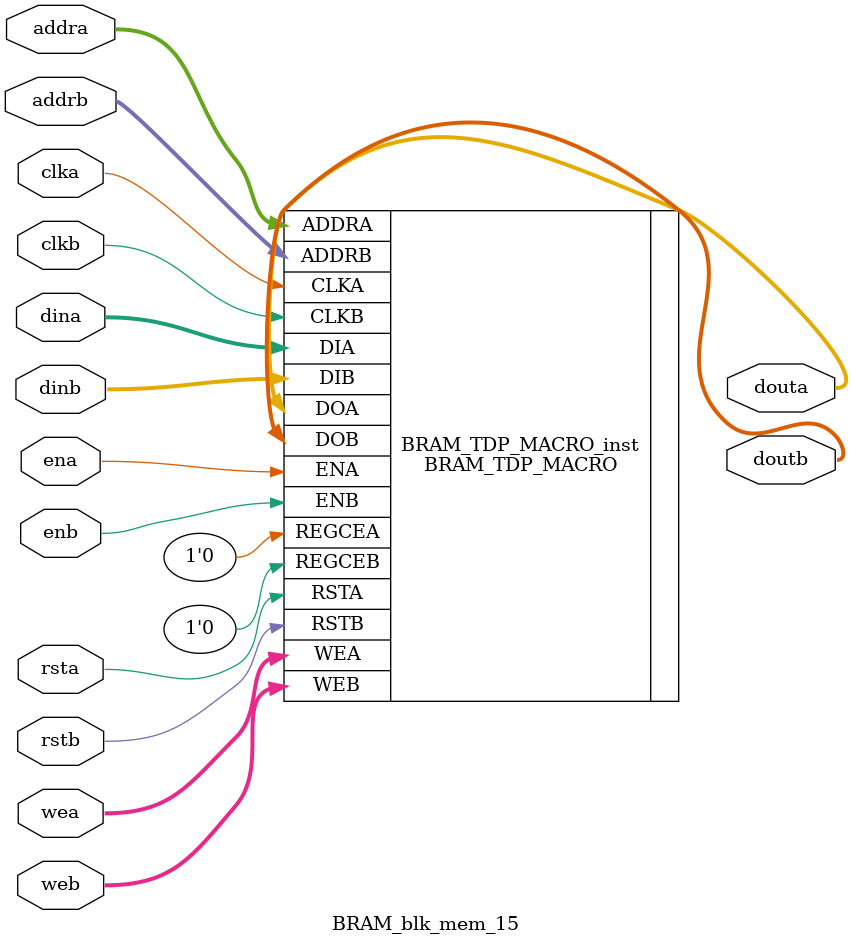
<source format=v>
`timescale 1ns/1ps

module BRAM_blk_mem_15 (
  clka,
  ena,
  wea,
  addra,
  dina,
  douta,
  rsta,
  clkb,
  enb,
  web,
  addrb,
  dinb,
  doutb,
  rstb
);


input wire clka;
input wire clkb;

input wire ena;
input wire enb;

input wire rsta;
input wire rstb;

input wire [1 : 0] wea;
input wire [1 : 0] web;

input wire [9 : 0] addra;
input wire [9 : 0] addrb;

input wire [15 : 0] dina;
input wire [15 : 0] dinb;

output wire [15 : 0] douta;
output wire [15 : 0] doutb;


// BRAM_TDP_MACRO : In order to incorporate this function into the design,
//   Verilog   : the following instance declaration needs to be placed
//  instance   : in the body of the design code.  The instance name
// declaration : (BRAM_TDP_MACRO_inst) and/or the port declarations within the
//    code     : parenthesis may be changed to properly reference and
//             : connect this function to the design.  All inputs
//             : and outputs must be connected.

//  <-----Cut code below this line---->

   // BRAM_TDP_MACRO: True Dual Port RAM
   //                 Virtex-7
   // Xilinx HDL Language Template, version 2016.4
   
   //////////////////////////////////////////////////////////////////////////
   // DATA_WIDTH_A/B | BRAM_SIZE | RAM Depth | ADDRA/B Width | WEA/B Width //
   // ===============|===========|===========|===============|=============//
   //     19-36      |  "36Kb"   |    1024   |    10-bit     |    4-bit    //
   //     10-18      |  "36Kb"   |    2048   |    11-bit     |    2-bit    //
   //     10-18      |  "18Kb"   |    1024   |    10-bit     |    2-bit    //
   //      5-9       |  "36Kb"   |    4096   |    12-bit     |    1-bit    //
   //      5-9       |  "18Kb"   |    2048   |    11-bit     |    1-bit    //
   //      3-4       |  "36Kb"   |    8192   |    13-bit     |    1-bit    //
   //      3-4       |  "18Kb"   |    4096   |    12-bit     |    1-bit    //
   //        2       |  "36Kb"   |   16384   |    14-bit     |    1-bit    //
   //        2       |  "18Kb"   |    8192   |    13-bit     |    1-bit    //
   //        1       |  "36Kb"   |   32768   |    15-bit     |    1-bit    //
   //        1       |  "18Kb"   |   16384   |    14-bit     |    1-bit    //
   //////////////////////////////////////////////////////////////////////////

   BRAM_TDP_MACRO #(
      .BRAM_SIZE("18Kb"), // Target BRAM: "18Kb" or "36Kb" 
      .DEVICE("7SERIES"), // Target device: "7SERIES" 
      .DOA_REG(0),        // Optional port A output register (0 or 1)
      .DOB_REG(0),        // Optional port B output register (0 or 1)
      .INIT_A(36'h00000000),  // Initial values on port A output port
      .INIT_B(36'h00000000), // Initial values on port B output port
      .INIT_FILE ("weight_15.mem"),
      .READ_WIDTH_A (16),   // Valid values are 1-36 (19-36 only valid when BRAM_SIZE="36Kb")
      .READ_WIDTH_B (16),   // Valid values are 1-36 (19-36 only valid when BRAM_SIZE="36Kb")
      .SIM_COLLISION_CHECK ("ALL"), // Collision check enable "ALL", "WARNING_ONLY", 
                                    //   "GENERATE_X_ONLY" or "NONE" 
      .SRVAL_A(36'h00000000), // Set/Reset value for port A output
      .SRVAL_B(36'h00000000), // Set/Reset value for port B output
      .WRITE_MODE_A("WRITE_FIRST"), // "WRITE_FIRST", "READ_FIRST", or "NO_CHANGE" 
      .WRITE_MODE_B("WRITE_FIRST"), // "WRITE_FIRST", "READ_FIRST", or "NO_CHANGE" 
      .WRITE_WIDTH_A(16), // Valid values are 1-36 (19-36 only valid when BRAM_SIZE="36Kb")
      .WRITE_WIDTH_B(16), // Valid values are 1-36 (19-36 only valid when BRAM_SIZE="36Kb")
      .INIT_00(256'h0000000000000000000000000000000000000000000000000000000000000000),
      .INIT_01(256'h0000000000000000000000000000000000000000000000000000000000000000),
      .INIT_02(256'h0000000000000000000000000000000000000000000000000000000000000000),
      .INIT_03(256'h0000000000000000000000000000000000000000000000000000000000000000),
      .INIT_04(256'h0000000000000000000000000000000000000000000000000000000000000000),
      .INIT_05(256'h0000000000000000000000000000000000000000000000000000000000000000),
      .INIT_06(256'h0000000000000000000000000000000000000000000000000000000000000000),
      .INIT_07(256'h0000000000000000000000000000000000000000000000000000000000000000),
      .INIT_08(256'h0000000000000000000000000000000000000000000000000000000000000000),
      .INIT_09(256'h0000000000000000000000000000000000000000000000000000000000000000),
      .INIT_0A(256'h0000000000000000000000000000000000000000000000000000000000000000),
      .INIT_0B(256'h0000000000000000000000000000000000000000000000000000000000000000),
      .INIT_0C(256'h0000000000000000000000000000000000000000000000000000000000000000),
      .INIT_0D(256'h0000000000000000000000000000000000000000000000000000000000000000),
      .INIT_0E(256'h0000000000000000000000000000000000000000000000000000000000000000),
      .INIT_0F(256'h0000000000000000000000000000000000000000000000000000000000000000),
      .INIT_10(256'h0000000000000000000000000000000000000000000000000000000000000000),
      .INIT_11(256'h0000000000000000000000000000000000000000000000000000000000000000),
      .INIT_12(256'h0000000000000000000000000000000000000000000000000000000000000000),
      .INIT_13(256'h0000000000000000000000000000000000000000000000000000000000000000),
      .INIT_14(256'h0000000000000000000000000000000000000000000000000000000000000000),
      .INIT_15(256'h0000000000000000000000000000000000000000000000000000000000000000),
      .INIT_16(256'h0000000000000000000000000000000000000000000000000000000000000000),
      .INIT_17(256'h0000000000000000000000000000000000000000000000000000000000000000),
      .INIT_18(256'h0000000000000000000000000000000000000000000000000000000000000000),
      .INIT_19(256'h0000000000000000000000000000000000000000000000000000000000000000),
      .INIT_1A(256'h0000000000000000000000000000000000000000000000000000000000000000),
      .INIT_1B(256'h0000000000000000000000000000000000000000000000000000000000000000),
      .INIT_1C(256'h0000000000000000000000000000000000000000000000000000000000000000),
      .INIT_1D(256'h0000000000000000000000000000000000000000000000000000000000000000),
      .INIT_1E(256'h0000000000000000000000000000000000000000000000000000000000000000),
      .INIT_1F(256'h0000000000000000000000000000000000000000000000000000000000000000),
      .INIT_20(256'h0000000000000000000000000000000000000000000000000000000000000000),
      .INIT_21(256'h0000000000000000000000000000000000000000000000000000000000000000),
      .INIT_22(256'h0000000000000000000000000000000000000000000000000000000000000000),
      .INIT_23(256'h0000000000000000000000000000000000000000000000000000000000000000),
      .INIT_24(256'h0000000000000000000000000000000000000000000000000000000000000000),
      .INIT_25(256'h0000000000000000000000000000000000000000000000000000000000000000),
      .INIT_26(256'h0000000000000000000000000000000000000000000000000000000000000000),
      .INIT_27(256'h0000000000000000000000000000000000000000000000000000000000000000),
      .INIT_28(256'h0000000000000000000000000000000000000000000000000000000000000000),
      .INIT_29(256'h0000000000000000000000000000000000000000000000000000000000000000),
      .INIT_2A(256'h0000000000000000000000000000000000000000000000000000000000000000),
      .INIT_2B(256'h0000000000000000000000000000000000000000000000000000000000000000),
      .INIT_2C(256'h0000000000000000000000000000000000000000000000000000000000000000),
      .INIT_2D(256'h0000000000000000000000000000000000000000000000000000000000000000),
      .INIT_2E(256'h0000000000000000000000000000000000000000000000000000000000000000),
      .INIT_2F(256'h0000000000000000000000000000000000000000000000000000000000000000),
      .INIT_30(256'h0000000000000000000000000000000000000000000000000000000000000000),
      .INIT_31(256'h0000000000000000000000000000000000000000000000000000000000000000),
      .INIT_32(256'h0000000000000000000000000000000000000000000000000000000000000000),
      .INIT_33(256'h0000000000000000000000000000000000000000000000000000000000000000),
      .INIT_34(256'h0000000000000000000000000000000000000000000000000000000000000000),
      .INIT_35(256'h0000000000000000000000000000000000000000000000000000000000000000),
      .INIT_36(256'h0000000000000000000000000000000000000000000000000000000000000000),
      .INIT_37(256'h0000000000000000000000000000000000000000000000000000000000000000),
      .INIT_38(256'h0000000000000000000000000000000000000000000000000000000000000000),
      .INIT_39(256'h0000000000000000000000000000000000000000000000000000000000000000),
      .INIT_3A(256'h0000000000000000000000000000000000000000000000000000000000000000),
      .INIT_3B(256'h0000000000000000000000000000000000000000000000000000000000000000),
      .INIT_3C(256'h0000000000000000000000000000000000000000000000000000000000000000),
      .INIT_3D(256'h0000000000000000000000000000000000000000000000000000000000000000),
      .INIT_3E(256'h0000000000000000000000000000000000000000000000000000000000000000),
      .INIT_3F(256'h0000000000000000000000000000000000000000000000000000000000000000),
      
      // The next set of INIT_xx are valid when configured as 36Kb
      .INIT_40(256'h0000000000000000000000000000000000000000000000000000000000000000),
      .INIT_41(256'h0000000000000000000000000000000000000000000000000000000000000000),
      .INIT_42(256'h0000000000000000000000000000000000000000000000000000000000000000),
      .INIT_43(256'h0000000000000000000000000000000000000000000000000000000000000000),
      .INIT_44(256'h0000000000000000000000000000000000000000000000000000000000000000),
      .INIT_45(256'h0000000000000000000000000000000000000000000000000000000000000000),
      .INIT_46(256'h0000000000000000000000000000000000000000000000000000000000000000),
      .INIT_47(256'h0000000000000000000000000000000000000000000000000000000000000000),
      .INIT_48(256'h0000000000000000000000000000000000000000000000000000000000000000),
      .INIT_49(256'h0000000000000000000000000000000000000000000000000000000000000000),
      .INIT_4A(256'h0000000000000000000000000000000000000000000000000000000000000000),
      .INIT_4B(256'h0000000000000000000000000000000000000000000000000000000000000000),
      .INIT_4C(256'h0000000000000000000000000000000000000000000000000000000000000000),
      .INIT_4D(256'h0000000000000000000000000000000000000000000000000000000000000000),
      .INIT_4E(256'h0000000000000000000000000000000000000000000000000000000000000000),
      .INIT_4F(256'h0000000000000000000000000000000000000000000000000000000000000000),
      .INIT_50(256'h0000000000000000000000000000000000000000000000000000000000000000),
      .INIT_51(256'h0000000000000000000000000000000000000000000000000000000000000000),
      .INIT_52(256'h0000000000000000000000000000000000000000000000000000000000000000),
      .INIT_53(256'h0000000000000000000000000000000000000000000000000000000000000000),
      .INIT_54(256'h0000000000000000000000000000000000000000000000000000000000000000),
      .INIT_55(256'h0000000000000000000000000000000000000000000000000000000000000000),
      .INIT_56(256'h0000000000000000000000000000000000000000000000000000000000000000),
      .INIT_57(256'h0000000000000000000000000000000000000000000000000000000000000000),
      .INIT_58(256'h0000000000000000000000000000000000000000000000000000000000000000),
      .INIT_59(256'h0000000000000000000000000000000000000000000000000000000000000000),
      .INIT_5A(256'h0000000000000000000000000000000000000000000000000000000000000000),
      .INIT_5B(256'h0000000000000000000000000000000000000000000000000000000000000000),
      .INIT_5C(256'h0000000000000000000000000000000000000000000000000000000000000000),
      .INIT_5D(256'h0000000000000000000000000000000000000000000000000000000000000000),
      .INIT_5E(256'h0000000000000000000000000000000000000000000000000000000000000000),
      .INIT_5F(256'h0000000000000000000000000000000000000000000000000000000000000000),
      .INIT_60(256'h0000000000000000000000000000000000000000000000000000000000000000),
      .INIT_61(256'h0000000000000000000000000000000000000000000000000000000000000000),
      .INIT_62(256'h0000000000000000000000000000000000000000000000000000000000000000),
      .INIT_63(256'h0000000000000000000000000000000000000000000000000000000000000000),
      .INIT_64(256'h0000000000000000000000000000000000000000000000000000000000000000),
      .INIT_65(256'h0000000000000000000000000000000000000000000000000000000000000000),
      .INIT_66(256'h0000000000000000000000000000000000000000000000000000000000000000),
      .INIT_67(256'h0000000000000000000000000000000000000000000000000000000000000000),
      .INIT_68(256'h0000000000000000000000000000000000000000000000000000000000000000),
      .INIT_69(256'h0000000000000000000000000000000000000000000000000000000000000000),
      .INIT_6A(256'h0000000000000000000000000000000000000000000000000000000000000000),
      .INIT_6B(256'h0000000000000000000000000000000000000000000000000000000000000000),
      .INIT_6C(256'h0000000000000000000000000000000000000000000000000000000000000000),
      .INIT_6D(256'h0000000000000000000000000000000000000000000000000000000000000000),
      .INIT_6E(256'h0000000000000000000000000000000000000000000000000000000000000000),
      .INIT_6F(256'h0000000000000000000000000000000000000000000000000000000000000000),
      .INIT_70(256'h0000000000000000000000000000000000000000000000000000000000000000),
      .INIT_71(256'h0000000000000000000000000000000000000000000000000000000000000000),
      .INIT_72(256'h0000000000000000000000000000000000000000000000000000000000000000),
      .INIT_73(256'h0000000000000000000000000000000000000000000000000000000000000000),
      .INIT_74(256'h0000000000000000000000000000000000000000000000000000000000000000),
      .INIT_75(256'h0000000000000000000000000000000000000000000000000000000000000000),
      .INIT_76(256'h0000000000000000000000000000000000000000000000000000000000000000),
      .INIT_77(256'h0000000000000000000000000000000000000000000000000000000000000000),
      .INIT_78(256'h0000000000000000000000000000000000000000000000000000000000000000),
      .INIT_79(256'h0000000000000000000000000000000000000000000000000000000000000000),
      .INIT_7A(256'h0000000000000000000000000000000000000000000000000000000000000000),
      .INIT_7B(256'h0000000000000000000000000000000000000000000000000000000000000000),
      .INIT_7C(256'h0000000000000000000000000000000000000000000000000000000000000000),
      .INIT_7D(256'h0000000000000000000000000000000000000000000000000000000000000000),
      .INIT_7E(256'h0000000000000000000000000000000000000000000000000000000000000000),
      .INIT_7F(256'h0000000000000000000000000000000000000000000000000000000000000000),
     
      // The next set of INITP_xx are for the parity bits
      //.INIT_FF(256'h0000000000000000000000000000000000000000000000000000000000000000),
      .INITP_00(256'h0000000000000000000000000000000000000000000000000000000000000000),
      .INITP_01(256'h0000000000000000000000000000000000000000000000000000000000000000),
      .INITP_02(256'h0000000000000000000000000000000000000000000000000000000000000000),
      .INITP_03(256'h0000000000000000000000000000000000000000000000000000000000000000),
      .INITP_04(256'h0000000000000000000000000000000000000000000000000000000000000000),
      .INITP_05(256'h0000000000000000000000000000000000000000000000000000000000000000),
      .INITP_06(256'h0000000000000000000000000000000000000000000000000000000000000000),
      .INITP_07(256'h0000000000000000000000000000000000000000000000000000000000000000),
      
      // The next set of INITP_xx are valid when configured as 36Kb
      .INITP_08(256'h0000000000000000000000000000000000000000000000000000000000000000),
      .INITP_09(256'h0000000000000000000000000000000000000000000000000000000000000000),
      .INITP_0A(256'h0000000000000000000000000000000000000000000000000000000000000000),
      .INITP_0B(256'h0000000000000000000000000000000000000000000000000000000000000000),
      .INITP_0C(256'h0000000000000000000000000000000000000000000000000000000000000000),
      .INITP_0D(256'h0000000000000000000000000000000000000000000000000000000000000000),
      .INITP_0E(256'h0000000000000000000000000000000000000000000000000000000000000000),
      .INITP_0F(256'h0000000000000000000000000000000000000000000000000000000000000000)
   ) BRAM_TDP_MACRO_inst (
      .DOA(douta),       // Output port-A data, width defined by READ_WIDTH_A parameter
      .DOB(doutb),       // Output port-B data, width defined by READ_WIDTH_B parameter
      .ADDRA(addra),   // Input port-A address, width defined by Port A depth
      .ADDRB(addrb),   // Input port-B address, width defined by Port B depth
      .CLKA(clka),     // 1-bit input port-A clock
      .CLKB(clkb),     // 1-bit input port-B clock
      .DIA(dina),       // Input port-A data, width defined by WRITE_WIDTH_A parameter
      .DIB(dinb),       // Input port-B data, width defined by WRITE_WIDTH_B parameter
      .ENA(ena),       // 1-bit input port-A enable
      .ENB(enb),       // 1-bit input port-B enable
      .REGCEA(1'D0), // 1-bit input port-A output register enable
      .REGCEB(1'D0), // 1-bit input port-B output register enable
      .RSTA(rsta),     // 1-bit input port-A reset
      .RSTB(rstb),     // 1-bit input port-B reset
      .WEA(wea),       // Input port-A write enable, width defined by Port A depth
      .WEB(web)        // Input port-B write enable, width defined by Port B depth
   );

   // End of BRAM_TDP_MACRO_inst instantiation
				
endmodule
</source>
